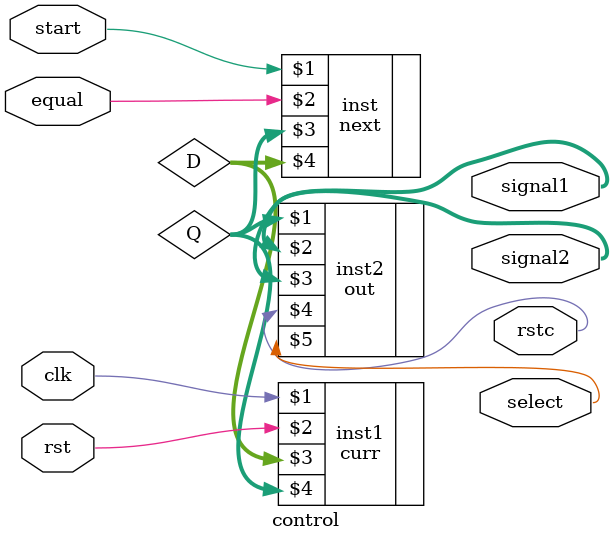
<source format=v>
module control(clk,rst,start,rstc,select,equal,signal1,signal2);
  input clk,rst,start, equal;
  output rstc, select;
  output [2:0]signal1,signal2;
  wire [2:0]D, Q;
  next inst(start,equal,Q,D);
  curr inst1(clk,rst,D,Q);
  out inst2(Q,signal1,signal2,rstc,select);
endmodule
</source>
